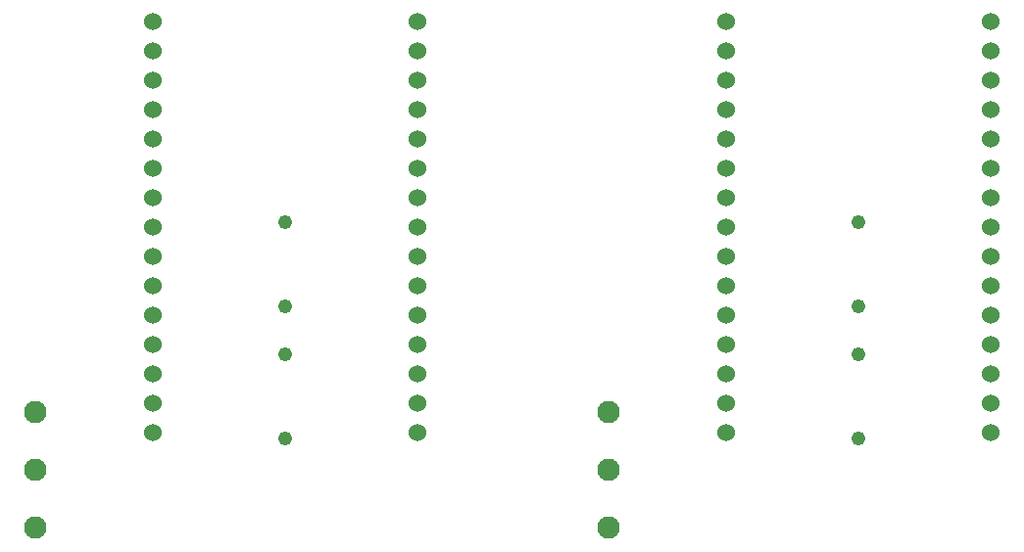
<source format=gbr>
G04 #@! TF.GenerationSoftware,KiCad,Pcbnew,5.0.2-bee76a0~70~ubuntu16.04.1*
G04 #@! TF.CreationDate,2018-12-11T21:33:29-07:00*
G04 #@! TF.ProjectId,ESP8266-WiFi-RFID,45535038-3236-4362-9d57-6946692d5246,rev?*
G04 #@! TF.SameCoordinates,Original*
G04 #@! TF.FileFunction,Copper,L1,Top*
G04 #@! TF.FilePolarity,Positive*
%FSLAX46Y46*%
G04 Gerber Fmt 4.6, Leading zero omitted, Abs format (unit mm)*
G04 Created by KiCad (PCBNEW 5.0.2-bee76a0~70~ubuntu16.04.1) date Tue 11 Dec 2018 21:33:29 MST*
%MOMM*%
%LPD*%
G01*
G04 APERTURE LIST*
G04 #@! TA.AperFunction,ComponentPad*
%ADD10C,1.950000*%
G04 #@! TD*
G04 #@! TA.AperFunction,ComponentPad*
%ADD11C,1.238000*%
G04 #@! TD*
G04 #@! TA.AperFunction,ComponentPad*
%ADD12C,1.524000*%
G04 #@! TD*
G04 APERTURE END LIST*
D10*
G04 #@! TO.P,J1,2*
G04 #@! TO.N,Net-(J1-Pad2)*
X83820000Y-114300000D03*
G04 #@! TO.P,J1,1*
G04 #@! TO.N,VCC1*
X83820000Y-109300000D03*
G04 #@! TO.P,J1,3*
G04 #@! TO.N,GND1*
X83820000Y-119300000D03*
G04 #@! TD*
G04 #@! TO.P,J2,3*
G04 #@! TO.N,GND2*
X133350000Y-119300000D03*
G04 #@! TO.P,J2,1*
G04 #@! TO.N,VCC2*
X133350000Y-109300000D03*
G04 #@! TO.P,J2,2*
G04 #@! TO.N,Net-(J2-Pad2)*
X133350000Y-114300000D03*
G04 #@! TD*
D11*
G04 #@! TO.P,R1,2*
G04 #@! TO.N,Net-(J1-Pad2)*
X105410000Y-111600000D03*
G04 #@! TO.P,R1,1*
G04 #@! TO.N,Net-(R1-Pad1)*
X105410000Y-104300000D03*
G04 #@! TD*
G04 #@! TO.P,R2,1*
G04 #@! TO.N,GND1*
X105410000Y-92870000D03*
G04 #@! TO.P,R2,2*
G04 #@! TO.N,Net-(R1-Pad1)*
X105410000Y-100170000D03*
G04 #@! TD*
G04 #@! TO.P,R3,2*
G04 #@! TO.N,Net-(J2-Pad2)*
X154940000Y-111600000D03*
G04 #@! TO.P,R3,1*
G04 #@! TO.N,Net-(R3-Pad1)*
X154940000Y-104300000D03*
G04 #@! TD*
G04 #@! TO.P,R4,1*
G04 #@! TO.N,GND2*
X154940000Y-92870000D03*
G04 #@! TO.P,R4,2*
G04 #@! TO.N,Net-(R3-Pad1)*
X154940000Y-100170000D03*
G04 #@! TD*
D12*
G04 #@! TO.P,U1,1*
G04 #@! TO.N,Net-(U1-Pad1)*
X93980000Y-75565000D03*
G04 #@! TO.P,U1,2*
G04 #@! TO.N,Net-(U1-Pad2)*
X93980000Y-78105000D03*
G04 #@! TO.P,U1,3*
G04 #@! TO.N,Net-(U1-Pad3)*
X93980000Y-80645000D03*
G04 #@! TO.P,U1,4*
G04 #@! TO.N,Net-(U1-Pad4)*
X93980000Y-83185000D03*
G04 #@! TO.P,U1,5*
G04 #@! TO.N,Net-(U1-Pad5)*
X93980000Y-85725000D03*
G04 #@! TO.P,U1,6*
G04 #@! TO.N,Net-(U1-Pad6)*
X93980000Y-88265000D03*
G04 #@! TO.P,U1,7*
G04 #@! TO.N,Net-(U1-Pad7)*
X93980000Y-90805000D03*
G04 #@! TO.P,U1,8*
G04 #@! TO.N,Net-(U1-Pad8)*
X93980000Y-93345000D03*
G04 #@! TO.P,U1,9*
G04 #@! TO.N,Net-(U1-Pad9)*
X93980000Y-95885000D03*
G04 #@! TO.P,U1,10*
G04 #@! TO.N,GND1*
X93980000Y-98425000D03*
G04 #@! TO.P,U1,11*
G04 #@! TO.N,Net-(U1-Pad11)*
X93980000Y-100965000D03*
G04 #@! TO.P,U1,12*
G04 #@! TO.N,Net-(U1-Pad12)*
X93980000Y-103505000D03*
G04 #@! TO.P,U1,13*
G04 #@! TO.N,Net-(U1-Pad13)*
X93980000Y-106045000D03*
G04 #@! TO.P,U1,14*
G04 #@! TO.N,GND1*
X93980000Y-108585000D03*
G04 #@! TO.P,U1,15*
G04 #@! TO.N,VCC1*
X93980000Y-111125000D03*
G04 #@! TO.P,U1,16*
G04 #@! TO.N,Net-(U1-Pad16)*
X116840000Y-111125000D03*
G04 #@! TO.P,U1,17*
G04 #@! TO.N,GND1*
X116840000Y-108585000D03*
G04 #@! TO.P,U1,18*
G04 #@! TO.N,Net-(U1-Pad18)*
X116840000Y-106045000D03*
G04 #@! TO.P,U1,19*
G04 #@! TO.N,Net-(U1-Pad19)*
X116840000Y-103505000D03*
G04 #@! TO.P,U1,20*
G04 #@! TO.N,Net-(U1-Pad20)*
X116840000Y-100965000D03*
G04 #@! TO.P,U1,21*
G04 #@! TO.N,Net-(R1-Pad1)*
X116840000Y-98425000D03*
G04 #@! TO.P,U1,22*
G04 #@! TO.N,Net-(U1-Pad22)*
X116840000Y-95885000D03*
G04 #@! TO.P,U1,23*
G04 #@! TO.N,Net-(U1-Pad23)*
X116840000Y-93345000D03*
G04 #@! TO.P,U1,24*
G04 #@! TO.N,GND1*
X116840000Y-90805000D03*
G04 #@! TO.P,U1,25*
G04 #@! TO.N,Net-(U1-Pad25)*
X116840000Y-88265000D03*
G04 #@! TO.P,U1,26*
G04 #@! TO.N,Net-(U1-Pad26)*
X116840000Y-85725000D03*
G04 #@! TO.P,U1,27*
G04 #@! TO.N,Net-(U1-Pad27)*
X116840000Y-83185000D03*
G04 #@! TO.P,U1,28*
G04 #@! TO.N,Net-(U1-Pad28)*
X116840000Y-80645000D03*
G04 #@! TO.P,U1,29*
G04 #@! TO.N,Net-(U1-Pad29)*
X116840000Y-78105000D03*
G04 #@! TO.P,U1,30*
G04 #@! TO.N,Net-(U1-Pad30)*
X116840000Y-75565000D03*
G04 #@! TD*
G04 #@! TO.P,U2,30*
G04 #@! TO.N,Net-(U2-Pad30)*
X166370000Y-75565000D03*
G04 #@! TO.P,U2,29*
G04 #@! TO.N,Net-(U2-Pad29)*
X166370000Y-78105000D03*
G04 #@! TO.P,U2,28*
G04 #@! TO.N,Net-(U2-Pad28)*
X166370000Y-80645000D03*
G04 #@! TO.P,U2,27*
G04 #@! TO.N,Net-(U2-Pad27)*
X166370000Y-83185000D03*
G04 #@! TO.P,U2,26*
G04 #@! TO.N,Net-(U2-Pad26)*
X166370000Y-85725000D03*
G04 #@! TO.P,U2,25*
G04 #@! TO.N,Net-(U2-Pad25)*
X166370000Y-88265000D03*
G04 #@! TO.P,U2,24*
G04 #@! TO.N,GND2*
X166370000Y-90805000D03*
G04 #@! TO.P,U2,23*
G04 #@! TO.N,Net-(U2-Pad23)*
X166370000Y-93345000D03*
G04 #@! TO.P,U2,22*
G04 #@! TO.N,Net-(U2-Pad22)*
X166370000Y-95885000D03*
G04 #@! TO.P,U2,21*
G04 #@! TO.N,Net-(R3-Pad1)*
X166370000Y-98425000D03*
G04 #@! TO.P,U2,20*
G04 #@! TO.N,Net-(U2-Pad20)*
X166370000Y-100965000D03*
G04 #@! TO.P,U2,19*
G04 #@! TO.N,Net-(U2-Pad19)*
X166370000Y-103505000D03*
G04 #@! TO.P,U2,18*
G04 #@! TO.N,Net-(U2-Pad18)*
X166370000Y-106045000D03*
G04 #@! TO.P,U2,17*
G04 #@! TO.N,GND2*
X166370000Y-108585000D03*
G04 #@! TO.P,U2,16*
G04 #@! TO.N,Net-(U2-Pad16)*
X166370000Y-111125000D03*
G04 #@! TO.P,U2,15*
G04 #@! TO.N,VCC2*
X143510000Y-111125000D03*
G04 #@! TO.P,U2,14*
G04 #@! TO.N,GND2*
X143510000Y-108585000D03*
G04 #@! TO.P,U2,13*
G04 #@! TO.N,Net-(U2-Pad13)*
X143510000Y-106045000D03*
G04 #@! TO.P,U2,12*
G04 #@! TO.N,Net-(U2-Pad12)*
X143510000Y-103505000D03*
G04 #@! TO.P,U2,11*
G04 #@! TO.N,Net-(U2-Pad11)*
X143510000Y-100965000D03*
G04 #@! TO.P,U2,10*
G04 #@! TO.N,GND2*
X143510000Y-98425000D03*
G04 #@! TO.P,U2,9*
G04 #@! TO.N,Net-(U2-Pad9)*
X143510000Y-95885000D03*
G04 #@! TO.P,U2,8*
G04 #@! TO.N,Net-(U2-Pad8)*
X143510000Y-93345000D03*
G04 #@! TO.P,U2,7*
G04 #@! TO.N,Net-(U2-Pad7)*
X143510000Y-90805000D03*
G04 #@! TO.P,U2,6*
G04 #@! TO.N,Net-(U2-Pad6)*
X143510000Y-88265000D03*
G04 #@! TO.P,U2,5*
G04 #@! TO.N,Net-(U2-Pad5)*
X143510000Y-85725000D03*
G04 #@! TO.P,U2,4*
G04 #@! TO.N,Net-(U2-Pad4)*
X143510000Y-83185000D03*
G04 #@! TO.P,U2,3*
G04 #@! TO.N,Net-(U2-Pad3)*
X143510000Y-80645000D03*
G04 #@! TO.P,U2,2*
G04 #@! TO.N,Net-(U2-Pad2)*
X143510000Y-78105000D03*
G04 #@! TO.P,U2,1*
G04 #@! TO.N,Net-(U2-Pad1)*
X143510000Y-75565000D03*
G04 #@! TD*
M02*

</source>
